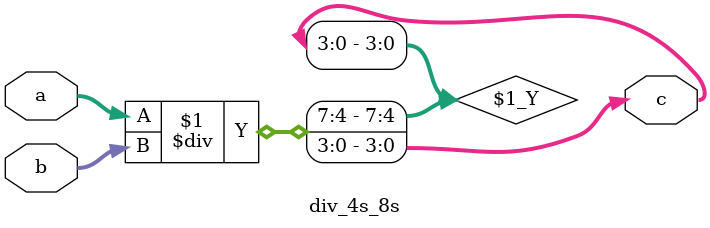
<source format=v>
module div_4s_8s(a, b, c);
  input signed [3:0] a;
  input signed [7:0] b;
  output signed [3:0] c;

  assign c = a / b;

endmodule

</source>
